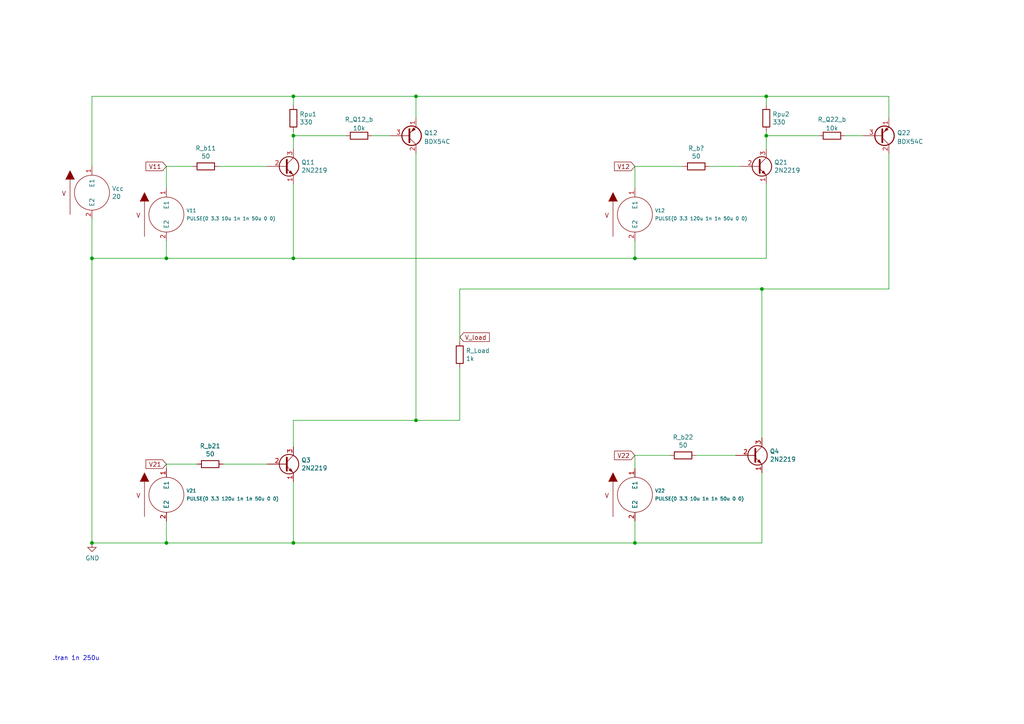
<source format=kicad_sch>
(kicad_sch (version 20211123) (generator eeschema)
  (paper "A4")
  (lib_symbols
    (symbol "Device:R" (pin_numbers hide) (pin_names (offset 0))
      (property "Reference" "R" (at 2.032 0 90))
      (property "Value" "R" (at 0 0 90))
      (symbol "R_0_1"
        (rectangle (start -1.016 -2.54) (end 1.016 2.54) (stroke (width 0.254)))
      )
      (symbol "R_1_1"
        (pin passive line (at 0 3.81 270) (length 1.27) (name "~") (number "1"))
        (pin passive line (at 0 -3.81 90) (length 1.27) (name "~") (number "2"))
      )
    )
    (symbol "Transistor_BJT:2N2219" (pin_names (offset 0) hide)
      (property "Reference" "Q" (at 5.08 1.905 0))
      (property "Value" "2N2219" (at 5.08 0 0))
      (symbol "2N2219_0_1"
        (polyline (pts (xy 0.635 0.635) (xy 2.54 2.54)))
        (polyline (pts (xy 0.635 -0.635) (xy 2.54 -2.54) (xy 2.54 -2.54)))
        (polyline (pts (xy 0.635 1.905) (xy 0.635 -1.905) (xy 0.635 -1.905)) (stroke (width 0.508)))
        (polyline (pts (xy 1.27 -1.778) (xy 1.778 -1.27) (xy 2.286 -2.286) (xy 1.27 -1.778) (xy 1.27 -1.778)) (fill (type outline)))
        (circle (center 1.27 0) (radius 2.8194) (stroke (width 0.254)))
      )
      (symbol "2N2219_1_1"
        (pin passive line (at 2.54 -5.08 90) (length 2.54) (name "E") (number "1"))
        (pin passive line (at -5.08 0 0) (length 5.715) (name "B") (number "2"))
        (pin passive line (at 2.54 5.08 270) (length 2.54) (name "C") (number "3"))
      )
    )
    (symbol "Transistor_BJT:BD442" (pin_names (offset 0) hide)
      (property "Reference" "Q" (at 5.08 1.905 0))
      (property "Value" "BD442" (at 5.08 0 0))
      (symbol "BD442_0_1"
        (polyline (pts (xy 0 0) (xy 0.635 0)))
        (polyline (pts (xy 2.54 -2.54) (xy 0.635 -0.635)))
        (polyline (pts (xy 2.54 2.54) (xy 0.635 0.635)))
        (polyline (pts (xy 0.635 1.905) (xy 0.635 -1.905) (xy 0.635 -1.905)) (stroke (width 0.508)) (fill (type outline)))
        (polyline (pts (xy 2.3114 -1.778) (xy 1.8034 -2.286) (xy 1.27 -1.27) (xy 2.3114 -1.778) (xy 2.3114 -1.778)) (fill (type outline)))
        (circle (center 1.27 0) (radius 2.8194) (stroke (width 0.3048)))
      )
      (symbol "BD442_1_1"
        (pin passive line (at 2.54 -5.08 90) (length 2.54) (name "E") (number "1"))
        (pin passive line (at 2.54 5.08 270) (length 2.54) (name "C") (number "2"))
        (pin input line (at -5.08 0 0) (length 5.08) (name "B") (number "3"))
      )
    )
    (symbol "power:GND" (power) (pin_names (offset 0))
      (property "Value" "GND" (at 0 -3.81 0))
      (symbol "GND_0_1"
        (polyline (pts (xy 0 0) (xy 0 -1.27) (xy 1.27 -1.27) (xy 0 -2.54) (xy -1.27 -1.27) (xy 0 -1.27)))
      )
      (symbol "GND_1_1"
        (pin power_in line (at 0 0 270) (length 0) hide (name "GND") (number "1"))
      )
    )
    (symbol "pspice:VSOURCE" (pin_names (offset 1.016))
      (property "Reference" "V" (at -6.35 7.62 0))
      (property "Value" "VSOURCE" (at 0 0 0))
      (symbol "VSOURCE_0_1"
        (polyline (pts (xy -6.35 -6.35) (xy -6.35 3.81)) (fill (type outline)))
        (polyline (pts (xy -7.62 3.81) (xy -6.35 6.35) (xy -5.08 3.81)) (fill (type outline)))
        (circle (center 0 0) (radius 5.08))
        (text "V" (at -8.128 -0.254 0) (effects (font (size 1.27 1.27))))
      )
      (symbol "VSOURCE_1_1"
        (pin input line (at 0 7.62 270) (length 2.54) (name "E1") (number "1"))
        (pin input line (at 0 -7.62 90) (length 2.54) (name "E2") (number "2"))
      )
    )
  )
  (junction (at 85.09 27.94))
  (junction (at 48.26 157.48))
  (junction (at 222.25 39.37))
  (junction (at 220.98 83.82))
  (junction (at 120.65 121.92))
  (junction (at 120.65 27.94))
  (junction (at 85.09 39.37))
  (junction (at 48.26 74.93))
  (junction (at 85.09 74.93))
  (junction (at 184.15 157.48))
  (junction (at 222.25 27.94))
  (junction (at 26.67 74.93))
  (junction (at 26.67 157.48))
  (junction (at 184.15 74.93))
  (junction (at 85.09 157.48))
  (wire (pts (xy 63.5 48.26) (xy 77.47 48.26)))
  (wire (pts (xy 222.25 39.37) (xy 222.25 43.18)))
  (wire (pts (xy 48.26 48.26) (xy 48.26 54.61)))
  (wire (pts (xy 64.77 134.62) (xy 77.47 134.62)))
  (wire (pts (xy 48.26 157.48) (xy 48.26 151.13)))
  (wire (pts (xy 237.49 39.37) (xy 222.25 39.37)))
  (wire (pts (xy 120.65 34.29) (xy 120.65 27.94)))
  (wire (pts (xy 85.09 121.92) (xy 120.65 121.92)))
  (wire (pts (xy 26.67 27.94) (xy 85.09 27.94)))
  (wire (pts (xy 201.93 132.08) (xy 213.36 132.08)))
  (wire (pts (xy 222.25 53.34) (xy 222.25 74.93)))
  (wire (pts (xy 85.09 30.48) (xy 85.09 27.94)))
  (wire (pts (xy 184.15 157.48) (xy 220.98 157.48)))
  (wire (pts (xy 133.35 83.82) (xy 220.98 83.82)))
  (wire (pts (xy 85.09 121.92) (xy 85.09 129.54)))
  (wire (pts (xy 48.26 74.93) (xy 85.09 74.93)))
  (wire (pts (xy 48.26 134.62) (xy 48.26 135.89)))
  (wire (pts (xy 48.26 69.85) (xy 48.26 74.93)))
  (wire (pts (xy 85.09 139.7) (xy 85.09 157.48)))
  (wire (pts (xy 257.81 44.45) (xy 257.81 83.82)))
  (wire (pts (xy 184.15 48.26) (xy 198.12 48.26)))
  (wire (pts (xy 250.19 39.37) (xy 245.11 39.37)))
  (wire (pts (xy 26.67 48.26) (xy 26.67 27.94)))
  (wire (pts (xy 85.09 157.48) (xy 184.15 157.48)))
  (wire (pts (xy 85.09 74.93) (xy 184.15 74.93)))
  (wire (pts (xy 222.25 27.94) (xy 222.25 30.48)))
  (wire (pts (xy 184.15 157.48) (xy 184.15 151.13)))
  (wire (pts (xy 184.15 74.93) (xy 222.25 74.93)))
  (wire (pts (xy 48.26 134.62) (xy 57.15 134.62)))
  (wire (pts (xy 184.15 132.08) (xy 194.31 132.08)))
  (wire (pts (xy 220.98 83.82) (xy 220.98 127)))
  (wire (pts (xy 26.67 74.93) (xy 48.26 74.93)))
  (wire (pts (xy 222.25 38.1) (xy 222.25 39.37)))
  (wire (pts (xy 85.09 38.1) (xy 85.09 39.37)))
  (wire (pts (xy 220.98 137.16) (xy 220.98 157.48)))
  (wire (pts (xy 222.25 27.94) (xy 257.81 27.94)))
  (wire (pts (xy 85.09 27.94) (xy 120.65 27.94)))
  (wire (pts (xy 48.26 157.48) (xy 85.09 157.48)))
  (wire (pts (xy 257.81 34.29) (xy 257.81 27.94)))
  (wire (pts (xy 100.33 39.37) (xy 85.09 39.37)))
  (wire (pts (xy 184.15 132.08) (xy 184.15 135.89)))
  (wire (pts (xy 113.03 39.37) (xy 107.95 39.37)))
  (wire (pts (xy 120.65 121.92) (xy 133.35 121.92)))
  (wire (pts (xy 26.67 74.93) (xy 26.67 157.48)))
  (wire (pts (xy 184.15 48.26) (xy 184.15 54.61)))
  (wire (pts (xy 220.98 83.82) (xy 257.81 83.82)))
  (wire (pts (xy 205.74 48.26) (xy 214.63 48.26)))
  (wire (pts (xy 85.09 39.37) (xy 85.09 43.18)))
  (wire (pts (xy 120.65 27.94) (xy 222.25 27.94)))
  (wire (pts (xy 26.67 157.48) (xy 48.26 157.48)))
  (wire (pts (xy 26.67 63.5) (xy 26.67 74.93)))
  (wire (pts (xy 120.65 44.45) (xy 120.65 121.92)))
  (wire (pts (xy 184.15 69.85) (xy 184.15 74.93)))
  (wire (pts (xy 48.26 48.26) (xy 55.88 48.26)))
  (wire (pts (xy 133.35 106.68) (xy 133.35 121.92)))
  (wire (pts (xy 133.35 83.82) (xy 133.35 99.06)))
  (wire (pts (xy 85.09 53.34) (xy 85.09 74.93)))
  (text ".tran 1n 250u" (at 15.24 191.77 0) (effects (font (size 1.27 1.27)) (justify left bottom)))
  (global_label "V12" (shape input) (at 184.15 48.26 180) (property "Intersheet References" "${INTERSHEET_REFS}" (effects hide)))
  (global_label "V_load" (shape input) (at 133.35 97.79 0) (property "Intersheet References" "${INTERSHEET_REFS}" (effects hide)))
  (global_label "V21" (shape input) (at 48.26 134.62 180) (property "Intersheet References" "${INTERSHEET_REFS}" (effects hide)))
  (global_label "V11" (shape input) (at 48.26 48.26 180) (property "Intersheet References" "${INTERSHEET_REFS}" (effects hide)))
  (global_label "V22" (shape input) (at 184.15 132.08 180) (property "Intersheet References" "${INTERSHEET_REFS}" (effects hide)))
  (symbol (lib_id "pspice:VSOURCE") (at 26.67 55.88 0) (unit 1)
    (property "Reference" "Vcc" (at 32.4612 54.7116 0) (effects (justify left)))
    (property "Value" "20" (at 32.4612 57.023 0) (effects (justify left)))
  )
  (symbol (lib_id "pspice:VSOURCE") (at 48.26 62.23 0) (unit 1)
    (property "Reference" "V11" (at 54.0512 61.0616 0) (effects (font (size 0.9906 0.9906)) (justify left)))
    (property "Value" "PULSE(0 3.3 10u 1n 1n 50u 0 0)" (at 54.0512 63.373 0) (effects (font (size 0.9906 0.9906)) (justify left)))
  )
  (symbol (lib_id "power:GND") (at 26.67 157.48 0) (unit 1)
    (property "Reference" "#PWR?" (effects hide))
    (property "Value" "GND" (at 26.797 161.8742 0))
  )
  (symbol (lib_id "Transistor_BJT:2N2219") (at 82.55 48.26 0) (unit 1)
    (property "Reference" "Q11" (at 87.376 47.0916 0) (effects (justify left)))
    (property "Value" "2N2219" (at 87.376 49.403 0) (effects (justify left)))
    (property "Footprint" "Package_TO_SOT_THT:TO-39-3" (effects hide))
    (property "Datasheet" "http://www.onsemi.com/pub_link/Collateral/2N2219-D.PDF" (effects hide))
    (property "Spice_Primitive" "Q" (effects hide))
    (property "Spice_Model" "2N2219" (effects hide))
    (property "Spice_Netlist_Enabled" "Y" (effects hide))
    (property "Spice_Lib_File" "/home/m/projects/electronics/ngspice_models/2N2219.LIB" (effects hide))
    (property "Spice_Node_Sequence" "3 2 1" (effects hide))
  )
  (symbol (lib_id "Device:R") (at 85.09 34.29 0) (unit 1)
    (property "Reference" "Rpu1" (at 86.868 33.1216 0) (effects (justify left)))
    (property "Value" "330" (at 86.868 35.433 0) (effects (justify left)))
  )
  (symbol (lib_id "Device:R") (at 133.35 102.87 0) (unit 1)
    (property "Reference" "R_Load" (at 135.128 101.7016 0) (effects (justify left)))
    (property "Value" "1k" (at 135.128 104.013 0) (effects (justify left)))
  )
  (symbol (lib_id "pspice:VSOURCE") (at 184.15 62.23 0) (unit 1)
    (property "Reference" "V12" (at 189.9412 61.0616 0) (effects (font (size 0.9906 0.9906)) (justify left)))
    (property "Value" "PULSE(0 3.3 120u 1n 1n 50u 0 0)" (at 189.9412 63.373 0) (effects (font (size 0.9906 0.9906)) (justify left)))
  )
  (symbol (lib_id "Device:R") (at 59.69 48.26 270) (unit 1)
    (property "Reference" "R_b11" (at 59.69 43.0022 90))
    (property "Value" "50" (at 59.69 45.3136 90))
  )
  (symbol (lib_id "Transistor_BJT:2N2219") (at 82.55 134.62 0) (unit 1)
    (property "Reference" "Q3" (at 87.376 133.4516 0) (effects (justify left)))
    (property "Value" "2N2219" (at 87.376 135.763 0) (effects (justify left)))
    (property "Footprint" "Package_TO_SOT_THT:TO-39-3" (effects hide))
    (property "Datasheet" "http://www.onsemi.com/pub_link/Collateral/2N2219-D.PDF" (effects hide))
    (property "Spice_Primitive" "Q" (effects hide))
    (property "Spice_Model" "2N2219" (effects hide))
    (property "Spice_Netlist_Enabled" "Y" (effects hide))
    (property "Spice_Lib_File" "/home/m/projects/electronics/ngspice_models/2N2219.LIB" (effects hide))
  )
  (symbol (lib_id "pspice:VSOURCE") (at 48.26 143.51 0) (unit 1)
    (property "Reference" "V21" (at 54.0512 142.3416 0) (effects (font (size 0.9906 0.9906)) (justify left)))
    (property "Value" "PULSE(0 3.3 120u 1n 1n 50u 0 0)" (at 54.0512 144.653 0) (effects (font (size 0.9906 0.9906)) (justify left)))
  )
  (symbol (lib_id "Device:R") (at 198.12 132.08 270) (unit 1)
    (property "Reference" "R_b22" (at 198.12 126.8222 90))
    (property "Value" "50" (at 198.12 129.1336 90))
  )
  (symbol (lib_id "Device:R") (at 60.96 134.62 270) (unit 1)
    (property "Reference" "R_b21" (at 60.96 129.3622 90))
    (property "Value" "50" (at 60.96 131.6736 90))
  )
  (symbol (lib_id "Transistor_BJT:2N2219") (at 218.44 132.08 0) (unit 1)
    (property "Reference" "Q4" (at 223.266 130.9116 0) (effects (justify left)))
    (property "Value" "2N2219" (at 223.266 133.223 0) (effects (justify left)))
    (property "Footprint" "Package_TO_SOT_THT:TO-39-3" (effects hide))
    (property "Datasheet" "http://www.onsemi.com/pub_link/Collateral/2N2219-D.PDF" (effects hide))
    (property "Spice_Primitive" "Q" (effects hide))
    (property "Spice_Model" "2N2219" (effects hide))
    (property "Spice_Netlist_Enabled" "Y" (effects hide))
    (property "Spice_Lib_File" "/home/m/projects/electronics/ngspice_models/2N2219.LIB" (effects hide))
  )
  (symbol (lib_id "pspice:VSOURCE") (at 184.15 143.51 0) (unit 1)
    (property "Reference" "V22" (at 189.9412 142.3416 0) (effects (font (size 0.9906 0.9906)) (justify left)))
    (property "Value" "PULSE(0 3.3 10u 1n 1n 50u 0 0)" (at 189.9412 144.653 0) (effects (font (size 0.9906 0.9906)) (justify left)))
  )
  (symbol (lib_id "Device:R") (at 104.14 39.37 90) (unit 1)
    (property "Reference" "R_Q12_b" (at 104.14 34.6542 90))
    (property "Value" "10k" (at 104.14 37.1911 90))
  )
  (symbol (lib_id "Device:R") (at 241.3 39.37 90) (unit 1)
    (property "Reference" "R_Q22_b" (at 241.3 34.6542 90))
    (property "Value" "10k" (at 241.3 37.1911 90))
  )
  (symbol (lib_id "Transistor_BJT:BD442") (at 118.11 39.37 0) (mirror x) (unit 1)
    (property "Reference" "Q12" (at 122.9868 38.5353 0) (effects (justify left)))
    (property "Value" "BDX54C" (at 122.9868 41.0722 0) (effects (justify left)))
    (property "Footprint" "Package_TO_SOT_THT:TO-126-3_Vertical" (effects hide))
    (property "Datasheet" "http://www.cdil.com/datasheets/bd433_42.pdf" (effects hide))
    (property "Spice_Primitive" "Q" (effects hide))
    (property "Spice_Model" "bdx54c" (effects hide))
    (property "Spice_Netlist_Enabled" "Y" (effects hide))
    (property "Spice_Lib_File" "/home/m/projects/electronics/ngspice_models/bdx54c.lib" (effects hide))
    (property "Spice_Node_Sequence" "2 3 1" (effects hide))
  )
  (symbol (lib_id "Transistor_BJT:BD442") (at 255.27 39.37 0) (mirror x) (unit 1)
    (property "Reference" "Q22" (at 260.1468 38.5353 0) (effects (justify left)))
    (property "Value" "BDX54C" (at 260.1468 41.0722 0) (effects (justify left)))
    (property "Footprint" "Package_TO_SOT_THT:TO-126-3_Vertical" (effects hide))
    (property "Datasheet" "http://www.cdil.com/datasheets/bd433_42.pdf" (effects hide))
    (property "Spice_Primitive" "Q" (effects hide))
    (property "Spice_Model" "bdx54c" (effects hide))
    (property "Spice_Netlist_Enabled" "Y" (effects hide))
    (property "Spice_Lib_File" "/home/m/projects/electronics/ngspice_models/bdx54c.lib" (effects hide))
    (property "Spice_Node_Sequence" "2 3 1" (effects hide))
  )
  (symbol (lib_id "Transistor_BJT:2N2219") (at 219.71 48.26 0) (unit 1)
    (property "Reference" "Q21" (at 224.536 47.0916 0) (effects (justify left)))
    (property "Value" "2N2219" (at 224.536 49.403 0) (effects (justify left)))
    (property "Footprint" "Package_TO_SOT_THT:TO-39-3" (effects hide))
    (property "Datasheet" "http://www.onsemi.com/pub_link/Collateral/2N2219-D.PDF" (effects hide))
    (property "Spice_Primitive" "Q" (effects hide))
    (property "Spice_Model" "2N2219" (effects hide))
    (property "Spice_Netlist_Enabled" "Y" (effects hide))
    (property "Spice_Lib_File" "/home/m/projects/electronics/ngspice_models/2N2219.LIB" (effects hide))
    (property "Spice_Node_Sequence" "3 2 1" (effects hide))
  )
  (symbol (lib_id "Device:R") (at 201.93 48.26 270) (unit 1)
    (property "Reference" "R_b?" (at 201.93 43.0022 90))
    (property "Value" "50" (at 201.93 45.3136 90))
  )
  (symbol (lib_id "Device:R") (at 222.25 34.29 0) (unit 1)
    (property "Reference" "Rpu2" (at 224.028 33.1216 0) (effects (justify left)))
    (property "Value" "330" (at 224.028 35.433 0) (effects (justify left)))
  )
)
</source>
